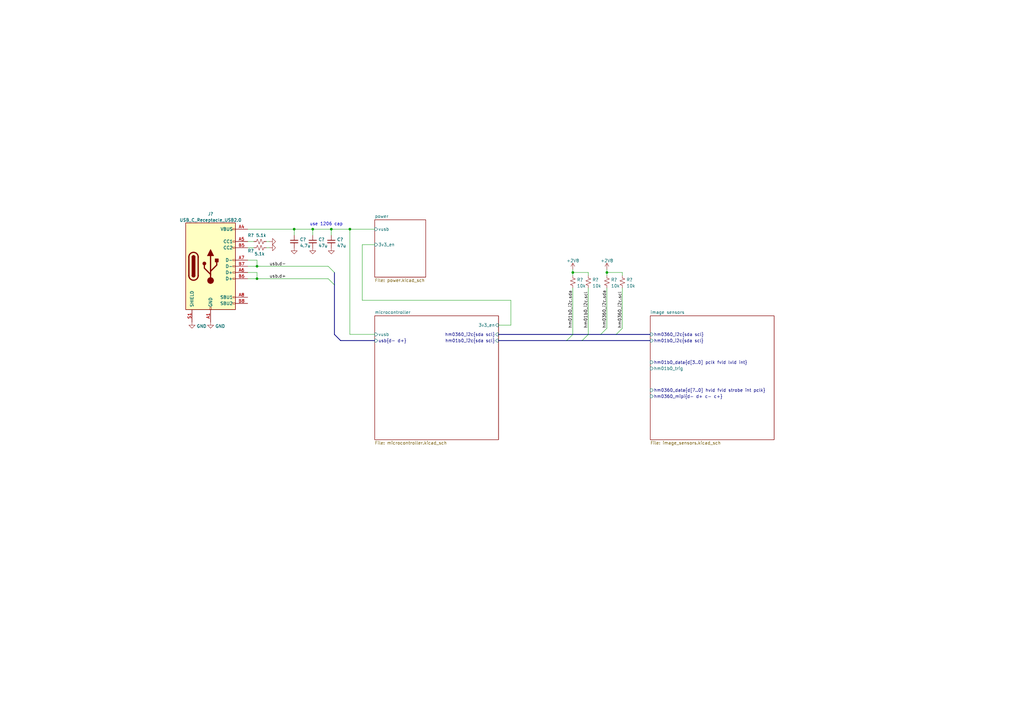
<source format=kicad_sch>
(kicad_sch (version 20211123) (generator eeschema)
  (paper "A3")
  (lib_symbols
    (symbol "Connector:USB_C_Receptacle_USB2.0" (pin_names (offset 1.016))
      (property "Reference" "J" (at -10.16 19.05 0))
      (property "Value" "USB_C_Receptacle_USB2.0" (at 19.05 19.05 0))
      (symbol "USB_C_Receptacle_USB2.0_0_0"
        (rectangle (start -0.254 -17.78) (end 0.254 -16.764))
        (rectangle (start 10.16 -14.986) (end 9.144 -15.494))
        (rectangle (start 10.16 -12.446) (end 9.144 -12.954))
        (rectangle (start 10.16 -4.826) (end 9.144 -5.334))
        (rectangle (start 10.16 -2.286) (end 9.144 -2.794))
        (rectangle (start 10.16 0.254) (end 9.144 -0.254))
        (rectangle (start 10.16 2.794) (end 9.144 2.286))
        (rectangle (start 10.16 7.874) (end 9.144 7.366))
        (rectangle (start 10.16 10.414) (end 9.144 9.906))
        (rectangle (start 10.16 15.494) (end 9.144 14.986))
      )
      (symbol "USB_C_Receptacle_USB2.0_0_1"
        (rectangle (start -10.16 17.78) (end 10.16 -17.78) (stroke (width 0.254)) (fill (type background)))
        (arc (start -8.89 -3.81) (mid -6.985 -5.715) (end -5.08 -3.81) (stroke (width 0.508)))
        (arc (start -7.62 -3.81) (mid -6.985 -4.445) (end -6.35 -3.81) (stroke (width 0.254)))
        (arc (start -7.62 -3.81) (mid -6.985 -4.445) (end -6.35 -3.81) (stroke (width 0.254)) (fill (type outline)))
        (rectangle (start -7.62 -3.81) (end -6.35 3.81) (stroke (width 0.254)) (fill (type outline)))
        (arc (start -6.35 3.81) (mid -6.985 4.445) (end -7.62 3.81) (stroke (width 0.254)))
        (arc (start -6.35 3.81) (mid -6.985 4.445) (end -7.62 3.81) (stroke (width 0.254)) (fill (type outline)))
        (arc (start -5.08 3.81) (mid -6.985 5.715) (end -8.89 3.81) (stroke (width 0.508)))
        (circle (center -2.54 1.143) (radius 0.635) (stroke (width 0.254)) (fill (type outline)))
        (circle (center 0 -5.842) (radius 1.27) (fill (type outline)))
        (polyline (pts (xy -8.89 -3.81) (xy -8.89 3.81)) (stroke (width 0.508)))
        (polyline (pts (xy -5.08 3.81) (xy -5.08 -3.81)) (stroke (width 0.508)))
        (polyline (pts (xy 0 -5.842) (xy 0 4.318)) (stroke (width 0.508)))
        (polyline (pts (xy 0 -3.302) (xy -2.54 -0.762) (xy -2.54 0.508)) (stroke (width 0.508)))
        (polyline (pts (xy 0 -2.032) (xy 2.54 0.508) (xy 2.54 1.778)) (stroke (width 0.508)))
        (polyline (pts (xy -1.27 4.318) (xy 0 6.858) (xy 1.27 4.318) (xy -1.27 4.318)) (stroke (width 0.254)) (fill (type outline)))
        (rectangle (start 1.905 1.778) (end 3.175 3.048) (stroke (width 0.254)) (fill (type outline)))
      )
      (symbol "USB_C_Receptacle_USB2.0_1_1"
        (pin passive line (at 0 -22.86 90) (length 5.08) (name "GND") (number "A1"))
        (pin passive line (at 0 -22.86 90) (length 5.08) hide (name "GND") (number "A12"))
        (pin passive line (at 15.24 15.24 180) (length 5.08) (name "VBUS") (number "A4"))
        (pin bidirectional line (at 15.24 10.16 180) (length 5.08) (name "CC1") (number "A5"))
        (pin bidirectional line (at 15.24 -2.54 180) (length 5.08) (name "D+") (number "A6"))
        (pin bidirectional line (at 15.24 2.54 180) (length 5.08) (name "D-") (number "A7"))
        (pin bidirectional line (at 15.24 -12.7 180) (length 5.08) (name "SBU1") (number "A8"))
        (pin passive line (at 15.24 15.24 180) (length 5.08) hide (name "VBUS") (number "A9"))
        (pin passive line (at 0 -22.86 90) (length 5.08) hide (name "GND") (number "B1"))
        (pin passive line (at 0 -22.86 90) (length 5.08) hide (name "GND") (number "B12"))
        (pin passive line (at 15.24 15.24 180) (length 5.08) hide (name "VBUS") (number "B4"))
        (pin bidirectional line (at 15.24 7.62 180) (length 5.08) (name "CC2") (number "B5"))
        (pin bidirectional line (at 15.24 -5.08 180) (length 5.08) (name "D+") (number "B6"))
        (pin bidirectional line (at 15.24 0 180) (length 5.08) (name "D-") (number "B7"))
        (pin bidirectional line (at 15.24 -15.24 180) (length 5.08) (name "SBU2") (number "B8"))
        (pin passive line (at 15.24 15.24 180) (length 5.08) hide (name "VBUS") (number "B9"))
        (pin passive line (at -7.62 -22.86 90) (length 5.08) (name "SHIELD") (number "S1"))
      )
    )
    (symbol "Device:C_Small" (pin_numbers hide) (pin_names (offset 0.254) hide)
      (property "Reference" "C" (at 0.254 1.778 0))
      (property "Value" "C_Small" (at 0.254 -2.032 0))
      (symbol "C_Small_0_1"
        (polyline (pts (xy -1.524 -0.508) (xy 1.524 -0.508)) (stroke (width 0.3302)))
        (polyline (pts (xy -1.524 0.508) (xy 1.524 0.508)) (stroke (width 0.3048)))
      )
      (symbol "C_Small_1_1"
        (pin passive line (at 0 2.54 270) (length 2.032) (name "~") (number "1"))
        (pin passive line (at 0 -2.54 90) (length 2.032) (name "~") (number "2"))
      )
    )
    (symbol "Device:R_Small_US" (pin_numbers hide) (pin_names (offset 0.254) hide)
      (property "Reference" "R" (at 0.762 0.508 0))
      (property "Value" "R_Small_US" (at 0.762 -1.016 0))
      (symbol "R_Small_US_1_1"
        (polyline (pts (xy 0 0) (xy 1.016 -0.381) (xy 0 -0.762) (xy -1.016 -1.143) (xy 0 -1.524)))
        (polyline (pts (xy 0 1.524) (xy 1.016 1.143) (xy 0 0.762) (xy -1.016 0.381) (xy 0 0)))
        (pin passive line (at 0 2.54 270) (length 1.016) (name "~") (number "1"))
        (pin passive line (at 0 -2.54 90) (length 1.016) (name "~") (number "2"))
      )
    )
    (symbol "power:+2V8" (power) (pin_names (offset 0))
      (property "Value" "+2V8" (at 0 3.556 0))
      (symbol "+2V8_0_1"
        (polyline (pts (xy -0.762 1.27) (xy 0 2.54)))
        (polyline (pts (xy 0 0) (xy 0 2.54)))
        (polyline (pts (xy 0 2.54) (xy 0.762 1.27)))
      )
      (symbol "+2V8_1_1"
        (pin power_in line (at 0 0 90) (length 0) hide (name "+2V8") (number "1"))
      )
    )
    (symbol "power:GND" (power) (pin_names (offset 0))
      (property "Value" "GND" (at 0 -3.81 0))
      (symbol "GND_0_1"
        (polyline (pts (xy 0 0) (xy 0 -1.27) (xy 1.27 -1.27) (xy 0 -2.54) (xy -1.27 -1.27) (xy 0 -1.27)))
      )
      (symbol "GND_1_1"
        (pin power_in line (at 0 0 270) (length 0) hide (name "GND") (number "1"))
      )
    )
  )
  (junction (at 143.51 93.98))
  (junction (at 234.95 111.76))
  (junction (at 105.41 114.3))
  (junction (at 105.41 109.22))
  (junction (at 248.92 111.76))
  (junction (at 128.27 93.98))
  (junction (at 120.65 93.98))
  (junction (at 135.89 93.98))
  (bus_entry (at 137.16 116.84) (size -2.54 -2.54))
  (bus_entry (at 137.16 111.76) (size -2.54 -2.54))
  (bus_entry (at 238.76 139.7) (size 2.54 -2.54))
  (bus_entry (at 232.41 139.7) (size 2.54 -2.54))
  (bus_entry (at 246.38 137.16) (size 2.54 -2.54))
  (bus_entry (at 252.73 137.16) (size 2.54 -2.54))
  (wire (pts (xy 110.49 101.6) (xy 109.22 101.6)))
  (wire (pts (xy 241.3 137.16) (xy 241.3 118.11)))
  (wire (pts (xy 209.55 133.35) (xy 209.55 123.19)))
  (wire (pts (xy 248.92 111.76) (xy 255.27 111.76)))
  (bus (pts (xy 137.16 111.76) (xy 137.16 116.84)))
  (wire (pts (xy 105.41 106.68) (xy 105.41 109.22)))
  (wire (pts (xy 105.41 114.3) (xy 101.6 114.3)))
  (bus (pts (xy 137.16 116.84) (xy 137.16 137.16)))
  (bus (pts (xy 238.76 139.7) (xy 266.7 139.7)))
  (wire (pts (xy 101.6 99.06) (xy 104.14 99.06)))
  (wire (pts (xy 101.6 106.68) (xy 105.41 106.68)))
  (bus (pts (xy 232.41 139.7) (xy 238.76 139.7)))
  (wire (pts (xy 248.92 110.49) (xy 248.92 111.76)))
  (wire (pts (xy 255.27 111.76) (xy 255.27 113.03)))
  (wire (pts (xy 120.65 93.98) (xy 128.27 93.98)))
  (wire (pts (xy 109.22 99.06) (xy 110.49 99.06)))
  (bus (pts (xy 153.67 139.7) (xy 139.7 139.7)))
  (wire (pts (xy 135.89 93.98) (xy 143.51 93.98)))
  (wire (pts (xy 105.41 109.22) (xy 101.6 109.22)))
  (wire (pts (xy 105.41 109.22) (xy 134.62 109.22)))
  (bus (pts (xy 234.95 137.16) (xy 241.3 137.16)))
  (wire (pts (xy 148.59 123.19) (xy 148.59 100.33)))
  (wire (pts (xy 143.51 137.16) (xy 153.67 137.16)))
  (wire (pts (xy 143.51 93.98) (xy 143.51 137.16)))
  (wire (pts (xy 148.59 100.33) (xy 153.67 100.33)))
  (wire (pts (xy 209.55 123.19) (xy 148.59 123.19)))
  (wire (pts (xy 234.95 111.76) (xy 241.3 111.76)))
  (bus (pts (xy 139.7 139.7) (xy 137.16 137.16)))
  (wire (pts (xy 104.14 101.6) (xy 101.6 101.6)))
  (wire (pts (xy 120.65 96.52) (xy 120.65 93.98)))
  (wire (pts (xy 234.95 137.16) (xy 234.95 118.11)))
  (wire (pts (xy 204.47 133.35) (xy 209.55 133.35)))
  (wire (pts (xy 248.92 118.11) (xy 248.92 134.62)))
  (wire (pts (xy 234.95 111.76) (xy 234.95 113.03)))
  (wire (pts (xy 234.95 110.49) (xy 234.95 111.76)))
  (wire (pts (xy 241.3 111.76) (xy 241.3 113.03)))
  (wire (pts (xy 101.6 111.76) (xy 105.41 111.76)))
  (wire (pts (xy 248.92 111.76) (xy 248.92 113.03)))
  (wire (pts (xy 128.27 93.98) (xy 135.89 93.98)))
  (wire (pts (xy 101.6 93.98) (xy 120.65 93.98)))
  (bus (pts (xy 204.47 139.7) (xy 232.41 139.7)))
  (bus (pts (xy 241.3 137.16) (xy 246.38 137.16)))
  (wire (pts (xy 135.89 93.98) (xy 135.89 96.52)))
  (bus (pts (xy 252.73 137.16) (xy 266.7 137.16)))
  (bus (pts (xy 204.47 137.16) (xy 234.95 137.16)))
  (wire (pts (xy 105.41 114.3) (xy 134.62 114.3)))
  (wire (pts (xy 105.41 111.76) (xy 105.41 114.3)))
  (bus (pts (xy 246.38 137.16) (xy 252.73 137.16)))
  (wire (pts (xy 143.51 93.98) (xy 153.67 93.98)))
  (wire (pts (xy 255.27 134.62) (xy 255.27 118.11)))
  (wire (pts (xy 128.27 93.98) (xy 128.27 96.52)))
  (text "use 1206 cap" (at 127 92.71 0) (effects (font (size 1.27 1.27)) (justify left bottom)))
  (label "hm01b0_i2c.sda" (at 234.95 134.62 90))
  (label "hm0360_i2c.sda" (at 248.92 134.62 90))
  (label "hm01b0_i2c.scl" (at 241.3 134.62 90))
  (label "hm0360_i2c.scl" (at 255.27 134.62 90))
  (label "usb.d+" (at 110.49 114.3 0))
  (label "usb.d-" (at 110.49 109.22 0))
  (symbol (lib_id "Device:C_Small") (at 135.89 99.06 0) (unit 1)
    (property "Reference" "C?" (at 138.2141 98.2316 0) (effects (justify left)))
    (property "Value" "47u" (at 138.2141 100.7685 0) (effects (justify left)))
  )
  (symbol (lib_id "Device:R_Small_US") (at 234.95 115.57 0) (unit 1)
    (property "Reference" "R?" (at 236.601 114.7353 0) (effects (justify left)))
    (property "Value" "10k" (at 236.601 117.2722 0) (effects (justify left)))
  )
  (symbol (lib_id "Device:C_Small") (at 120.65 99.06 0) (unit 1)
    (property "Reference" "C?" (at 122.9741 98.2316 0) (effects (justify left)))
    (property "Value" "4.7u" (at 122.9741 100.7685 0) (effects (justify left)))
  )
  (symbol (lib_id "power:+2V8") (at 234.95 110.49 0) (unit 1)
    (property "Reference" "#PWR?" (effects hide))
    (property "Value" "+2V8" (at 234.95 106.9142 0))
  )
  (symbol (lib_id "Device:R_Small_US") (at 106.68 99.06 270) (unit 1)
    (property "Reference" "R?" (at 104.14 96.52 90) (effects (justify right)))
    (property "Value" "5.1k" (at 109.22 96.52 90) (effects (justify right)))
  )
  (symbol (lib_id "Device:C_Small") (at 128.27 99.06 0) (unit 1)
    (property "Reference" "C?" (at 130.5941 98.2316 0) (effects (justify left)))
    (property "Value" "47u" (at 130.5941 100.7685 0) (effects (justify left)))
  )
  (symbol (lib_id "power:GND") (at 110.49 99.06 90) (unit 1)
    (property "Reference" "#PWR?" (effects hide))
    (property "Value" "GND" (effects hide))
  )
  (symbol (lib_id "Connector:USB_C_Receptacle_USB2.0") (at 86.36 109.22 0) (unit 1)
    (property "Reference" "J?" (at 86.36 87.7402 0))
    (property "Value" "USB_C_Receptacle_USB2.0" (at 86.36 90.2771 0))
    (property "Datasheet" "https://www.usb.org/sites/default/files/documents/usb_type-c.zip" (effects hide))
  )
  (symbol (lib_id "power:GND") (at 78.74 132.08 0) (unit 1)
    (property "Reference" "#PWR?" (effects hide))
    (property "Value" "GND" (at 80.645 133.7838 0) (effects (justify left)))
  )
  (symbol (lib_id "Device:R_Small_US") (at 106.68 101.6 270) (unit 1)
    (property "Reference" "R?" (at 104.14 102.87 90) (effects (justify right)))
    (property "Value" "5.1k" (at 108.585 104.14 90) (effects (justify right)))
  )
  (symbol (lib_id "power:GND") (at 135.89 101.6 0) (unit 1)
    (property "Reference" "#PWR?" (effects hide))
    (property "Value" "GND" (effects hide))
  )
  (symbol (lib_id "power:+2V8") (at 248.92 110.49 0) (unit 1)
    (property "Reference" "#PWR?" (effects hide))
    (property "Value" "+2V8" (at 248.92 106.9142 0))
  )
  (symbol (lib_id "power:GND") (at 110.49 101.6 90) (unit 1)
    (property "Reference" "#PWR?" (effects hide))
    (property "Value" "GND" (effects hide))
  )
  (symbol (lib_id "power:GND") (at 128.27 101.6 0) (unit 1)
    (property "Reference" "#PWR?" (effects hide))
    (property "Value" "GND" (effects hide))
  )
  (symbol (lib_id "Device:R_Small_US") (at 248.92 115.57 0) (unit 1)
    (property "Reference" "R?" (at 250.571 114.7353 0) (effects (justify left)))
    (property "Value" "10k" (at 250.571 117.2722 0) (effects (justify left)))
  )
  (symbol (lib_id "power:GND") (at 120.65 101.6 0) (unit 1)
    (property "Reference" "#PWR?" (effects hide))
    (property "Value" "GND" (effects hide))
  )
  (symbol (lib_id "power:GND") (at 86.36 132.08 0) (unit 1)
    (property "Reference" "#PWR?" (effects hide))
    (property "Value" "GND" (at 88.265 133.7838 0) (effects (justify left)))
  )
  (symbol (lib_id "Device:R_Small_US") (at 241.3 115.57 0) (unit 1)
    (property "Reference" "R?" (at 242.951 114.7353 0) (effects (justify left)))
    (property "Value" "10k" (at 242.951 117.2722 0) (effects (justify left)))
  )
  (symbol (lib_id "Device:R_Small_US") (at 255.27 115.57 0) (unit 1)
    (property "Reference" "R?" (at 256.921 114.7353 0) (effects (justify left)))
    (property "Value" "10k" (at 256.921 117.2722 0) (effects (justify left)))
  )
  (sheet (at 266.7 129.54) (size 50.8 50.8) (stroke (width 0.1524))
    (property "Sheet name" "image sensors" (at 266.7 128.8284 0) (effects (justify left bottom)))
    (property "Sheet file" "image_sensors.kicad_sch" (at 266.7 180.9246 0) (effects (justify left top)))
    (pin "hm0360_data{d[7..0] hvld fvld strobe int pclk}" input (at 266.7 160.02 180))
    (pin "hm0360_i2c{sda scl}" input (at 266.7 137.16 180))
    (pin "hm0360_mipi{d- d+ c- c+}" input (at 266.7 162.56 180))
    (pin "hm01b0_data{d[3..0] pclk fvld lvld int}" input (at 266.7 148.59 180))
    (pin "hm01b0_i2c{sda scl}" input (at 266.7 139.7 180))
    (pin "hm01b0_trig" input (at 266.7 151.13 180))
  )
  (sheet (at 153.67 129.54) (size 50.8 50.8) (stroke (width 0.1524))
    (property "Sheet name" "microcontroller" (at 153.67 128.8284 0) (effects (justify left bottom)))
    (property "Sheet file" "microcontroller.kicad_sch" (at 153.67 180.9246 0) (effects (justify left top)))
    (pin "3v3_en" input (at 204.47 133.35 0))
    (pin "vusb" input (at 153.67 137.16 180))
    (pin "hm01b0_i2c{sda scl}" input (at 204.47 139.7 0))
    (pin "hm0360_i2c{sda scl}" input (at 204.47 137.16 0))
    (pin "usb{d- d+}" input (at 153.67 139.7 180))
  )
  (sheet (at 153.67 90.17) (size 20.955 23.495) (stroke (width 0.1524))
    (property "Sheet name" "power" (at 153.67 89.4584 0) (effects (justify left bottom)))
    (property "Sheet file" "power.kicad_sch" (at 153.67 114.2496 0) (effects (justify left top)))
    (pin "vusb" input (at 153.67 93.98 180))
    (pin "3v3_en" input (at 153.67 100.33 180))
  )
)
</source>
